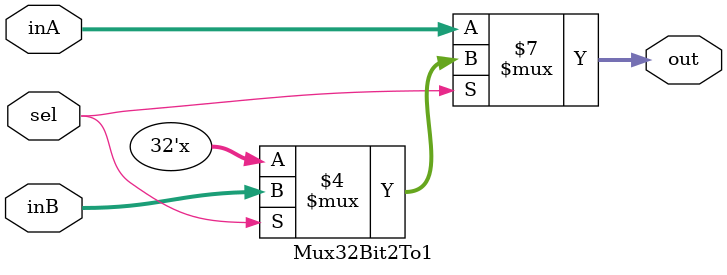
<source format=v>
`timescale 1ns / 1ps

module Mux32Bit2To1(out, inA, inB, sel);
    
    output reg [31:0] out;
    
    input [31:0] inA;
    input [31:0] inB;
    input sel;
    
//    initial begin
//        out <= 0;
//    end
    
    always@(*) begin
        out <= 32'dx;//inilized out cuz of syn warning
        if(sel == 0) begin
            out <= inA;
        end
        else if (sel == 1) begin 
            out <= inB;
        end
    end        

endmodule

</source>
